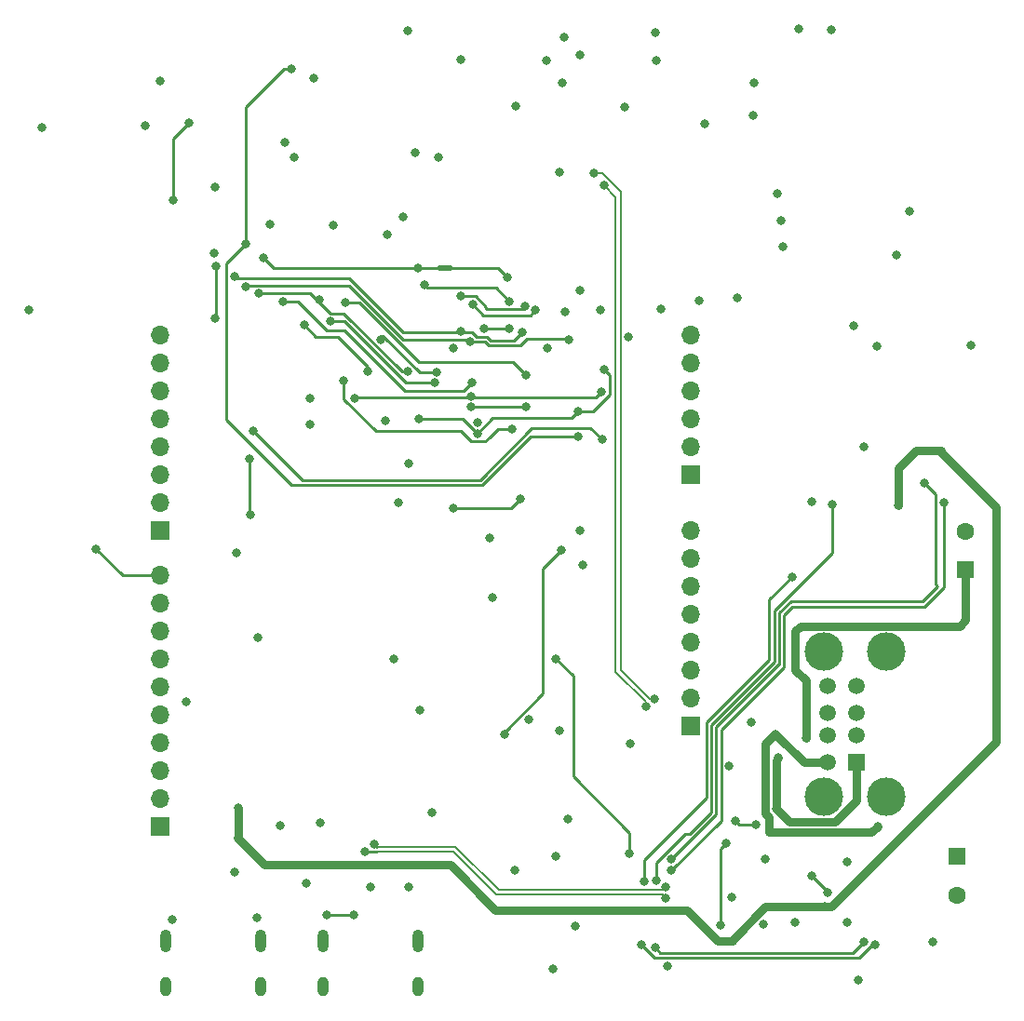
<source format=gbl>
G04 #@! TF.GenerationSoftware,KiCad,Pcbnew,7.0.11+1*
G04 #@! TF.CreationDate,2024-04-14T01:38:43+00:00*
G04 #@! TF.ProjectId,mbed-ce-ci-shield-v2,6d626564-2d63-4652-9d63-692d73686965,0*
G04 #@! TF.SameCoordinates,Original*
G04 #@! TF.FileFunction,Copper,L4,Bot*
G04 #@! TF.FilePolarity,Positive*
%FSLAX46Y46*%
G04 Gerber Fmt 4.6, Leading zero omitted, Abs format (unit mm)*
G04 Created by KiCad (PCBNEW 7.0.11+1) date 2024-04-14 01:38:43*
%MOMM*%
%LPD*%
G01*
G04 APERTURE LIST*
G04 #@! TA.AperFunction,ComponentPad*
%ADD10R,1.700000X1.700000*%
G04 #@! TD*
G04 #@! TA.AperFunction,ComponentPad*
%ADD11O,1.700000X1.700000*%
G04 #@! TD*
G04 #@! TA.AperFunction,ComponentPad*
%ADD12R,1.600000X1.600000*%
G04 #@! TD*
G04 #@! TA.AperFunction,ComponentPad*
%ADD13C,1.600000*%
G04 #@! TD*
G04 #@! TA.AperFunction,ComponentPad*
%ADD14O,1.000000X2.100000*%
G04 #@! TD*
G04 #@! TA.AperFunction,ComponentPad*
%ADD15O,1.000000X1.800000*%
G04 #@! TD*
G04 #@! TA.AperFunction,ComponentPad*
%ADD16R,1.500000X1.500000*%
G04 #@! TD*
G04 #@! TA.AperFunction,ComponentPad*
%ADD17C,1.500000*%
G04 #@! TD*
G04 #@! TA.AperFunction,ComponentPad*
%ADD18C,3.500000*%
G04 #@! TD*
G04 #@! TA.AperFunction,SMDPad,CuDef*
%ADD19C,0.500000*%
G04 #@! TD*
G04 #@! TA.AperFunction,ViaPad*
%ADD20C,0.800000*%
G04 #@! TD*
G04 #@! TA.AperFunction,Conductor*
%ADD21C,0.750000*%
G04 #@! TD*
G04 #@! TA.AperFunction,Conductor*
%ADD22C,0.250000*%
G04 #@! TD*
G04 #@! TA.AperFunction,Conductor*
%ADD23C,0.200000*%
G04 #@! TD*
G04 APERTURE END LIST*
G04 #@! TA.AperFunction,EtchedComponent*
G36*
X106170000Y-49190000D02*
G01*
X105170000Y-49190000D01*
X105170000Y-48690000D01*
X106170000Y-48690000D01*
X106170000Y-49190000D01*
G37*
G04 #@! TD.AperFunction*
D10*
X79750000Y-72870000D03*
D11*
X79750000Y-70330000D03*
X79750000Y-67790000D03*
X79750000Y-65250000D03*
X79750000Y-62710000D03*
X79750000Y-60170000D03*
X79750000Y-57630000D03*
X79750000Y-55090000D03*
D12*
X153000000Y-76402651D03*
D13*
X153000000Y-72902651D03*
D10*
X79750000Y-99794000D03*
D11*
X79750000Y-97254000D03*
X79750000Y-94714000D03*
X79750000Y-92174000D03*
X79750000Y-89634000D03*
X79750000Y-87094000D03*
X79750000Y-84554000D03*
X79750000Y-82014000D03*
X79750000Y-79474000D03*
X79750000Y-76934000D03*
D14*
X94565051Y-110160000D03*
D15*
X94565051Y-114340000D03*
D14*
X103205051Y-110160000D03*
D15*
X103205051Y-114340000D03*
D10*
X128010000Y-90650000D03*
D11*
X128010000Y-88110000D03*
X128010000Y-85570000D03*
X128010000Y-83030000D03*
X128010000Y-80490000D03*
X128010000Y-77950000D03*
X128010000Y-75410000D03*
X128010000Y-72870000D03*
D10*
X128010000Y-67790000D03*
D11*
X128010000Y-65250000D03*
X128010000Y-62710000D03*
X128010000Y-60170000D03*
X128010000Y-57630000D03*
X128010000Y-55090000D03*
D14*
X80270000Y-110160000D03*
D15*
X80270000Y-114340000D03*
D14*
X88910000Y-110160000D03*
D15*
X88910000Y-114340000D03*
D12*
X152250000Y-102500000D03*
D13*
X152250000Y-106000000D03*
D16*
X143107685Y-93940000D03*
D17*
X143107685Y-91440000D03*
X143107685Y-89440000D03*
X143107685Y-86940000D03*
X140487685Y-93940000D03*
X140487685Y-91440000D03*
X140487685Y-89440000D03*
X140487685Y-86940000D03*
D18*
X145817685Y-97010000D03*
X145817685Y-83870000D03*
X140137685Y-97010000D03*
X140137685Y-83870000D03*
D19*
X105170000Y-48940000D03*
X106170000Y-48940000D03*
D20*
X93035051Y-104940000D03*
X106400000Y-56200000D03*
X88590000Y-108015000D03*
X90650000Y-99675000D03*
X86535051Y-103940000D03*
X101450000Y-70300000D03*
X86700000Y-74900000D03*
X116300000Y-32137659D03*
X133500000Y-90250000D03*
X116100000Y-40200000D03*
X114900000Y-30037659D03*
X134620000Y-108620000D03*
X84680000Y-47560000D03*
X143250000Y-113750000D03*
X115750000Y-102500000D03*
X131500000Y-94250000D03*
X128800000Y-51900000D03*
X109750000Y-73550000D03*
X93710000Y-31690000D03*
X136200000Y-44600000D03*
X115500000Y-112750000D03*
X89740000Y-44974500D03*
X78400000Y-36000000D03*
X118200000Y-75950000D03*
X116600000Y-52900000D03*
X113250000Y-90000000D03*
X91910000Y-38890000D03*
X115000000Y-56200000D03*
X104500000Y-98500000D03*
X103400000Y-89150000D03*
X122000000Y-34337659D03*
X93400000Y-60800000D03*
X122340000Y-55230000D03*
X147900000Y-43800000D03*
X98885051Y-105265000D03*
X131760000Y-106165500D03*
X100370000Y-45880000D03*
X142220000Y-103000000D03*
X124900000Y-30037659D03*
X129300000Y-35837159D03*
X133800000Y-32137659D03*
X153500000Y-56000000D03*
X69000000Y-36200000D03*
X79780000Y-31950000D03*
X119800000Y-52725500D03*
X117900000Y-29537659D03*
X84750000Y-41600000D03*
X137800000Y-27200000D03*
X67800000Y-52800000D03*
X102910000Y-38490000D03*
X142250000Y-108500000D03*
X102262500Y-27405000D03*
X122500000Y-92250000D03*
X82150000Y-88425000D03*
X134750000Y-102750000D03*
X80840000Y-108265000D03*
X102385051Y-105265000D03*
X144900000Y-56100000D03*
X110000000Y-78900000D03*
X143750000Y-65250000D03*
X146850000Y-70560000D03*
X86890000Y-98070000D03*
X140220000Y-107050000D03*
X124800000Y-27537659D03*
X116500000Y-28000000D03*
X133700000Y-35037659D03*
X135900000Y-42200000D03*
X91080000Y-37540000D03*
X132200000Y-51700000D03*
X88600000Y-82600000D03*
X101850000Y-44260000D03*
X116040000Y-91060000D03*
X125300000Y-52700000D03*
X125920000Y-112460000D03*
X107110000Y-29990000D03*
X150000000Y-110250000D03*
X95500000Y-45080000D03*
X101000000Y-84550000D03*
X93400000Y-63200000D03*
X140800000Y-27300000D03*
X137500000Y-108500000D03*
X139000000Y-70200000D03*
X108600000Y-62975402D03*
X146700000Y-47800000D03*
X142800000Y-54200000D03*
X136400000Y-47037659D03*
X112010000Y-103775500D03*
X102350000Y-66700000D03*
X117950000Y-72800000D03*
X94300000Y-99400000D03*
X112100000Y-34200000D03*
X105070000Y-38850000D03*
X100200000Y-62800000D03*
X116850000Y-99110000D03*
X117900000Y-51000000D03*
X117470000Y-108850000D03*
X140420000Y-105730000D03*
X133940000Y-99590000D03*
X132075500Y-99270000D03*
X139010000Y-104250000D03*
X97385051Y-107765000D03*
X94885051Y-107765000D03*
X130750000Y-108750000D03*
X131250000Y-101250000D03*
X123800000Y-104720000D03*
X137210000Y-77060000D03*
X123487701Y-110512299D03*
X144770000Y-110470000D03*
X108200000Y-52300000D03*
X113900000Y-52800000D03*
X107100000Y-51500000D03*
X112964137Y-52449051D03*
X111500000Y-54500000D03*
X103800000Y-50500000D03*
X109184623Y-54500500D03*
X111500000Y-51975500D03*
X119900000Y-60200000D03*
X97400000Y-60800000D03*
X108000000Y-60600000D03*
X108000000Y-61599503D03*
X113000000Y-61600000D03*
X125750000Y-106275000D03*
X98350000Y-102070000D03*
X125750000Y-105225000D03*
X99190000Y-101340000D03*
X120100000Y-58200000D03*
X117800000Y-62000000D03*
X108600000Y-64000000D03*
X103300000Y-62700000D03*
X106450000Y-70800000D03*
X112550000Y-69950000D03*
X149250000Y-68500000D03*
X126250000Y-102750000D03*
X143750000Y-110250000D03*
X124750000Y-110750000D03*
X124900000Y-104670000D03*
X140890000Y-70500000D03*
X126262299Y-103762299D03*
X151000000Y-70250000D03*
X136000000Y-93500000D03*
X138500000Y-91750000D03*
X135754214Y-98135042D03*
X135750219Y-91378280D03*
X145000000Y-99750000D03*
X122440000Y-102200000D03*
X115721278Y-84478722D03*
X91670000Y-30860000D03*
X117780000Y-64260000D03*
X87540000Y-46740000D03*
X111324500Y-49800000D03*
X99850497Y-55479503D03*
X104930126Y-58424008D03*
X96600000Y-52100000D03*
X113000000Y-58680000D03*
X92840000Y-54140000D03*
X98642299Y-58382299D03*
X87890000Y-66345500D03*
X87930000Y-71430000D03*
X88230000Y-63770000D03*
X119920000Y-64570000D03*
X116900000Y-55500000D03*
X107949695Y-55675000D03*
X87494161Y-50624500D03*
X86500000Y-49700000D03*
X112700000Y-54800000D03*
X107070000Y-54738153D03*
X94252299Y-51827701D03*
X102275500Y-58380000D03*
X88700000Y-51275500D03*
X108110000Y-59370000D03*
X90900000Y-52000000D03*
X95200000Y-53800000D03*
X84800000Y-48780000D03*
X104682299Y-59392299D03*
X84760000Y-53500000D03*
X111760000Y-63580000D03*
X96440000Y-59190000D03*
X89170000Y-48055500D03*
X103230000Y-48940000D03*
X73900000Y-74500000D03*
X120100000Y-41437659D03*
X123928768Y-88871232D03*
X119229163Y-40300000D03*
X124671232Y-88128768D03*
X116250000Y-74600000D03*
X111050000Y-91400000D03*
X82370000Y-35780000D03*
X80940000Y-42780000D03*
D21*
X140220000Y-107050000D02*
X140760000Y-107050000D01*
X155740000Y-70710000D02*
X150780000Y-65750000D01*
X150780000Y-65560000D02*
X148460000Y-65560000D01*
X110260000Y-107390000D02*
X127630000Y-107390000D01*
X134811141Y-107050000D02*
X140220000Y-107050000D01*
X86890000Y-100650051D02*
X86775051Y-100765000D01*
X147470000Y-66550000D02*
X146850000Y-67170000D01*
X106122299Y-103252299D02*
X110260000Y-107390000D01*
X155200000Y-92610000D02*
X155740000Y-92070000D01*
X155740000Y-92070000D02*
X155740000Y-70710000D01*
X131800000Y-110210000D02*
X131800000Y-110061141D01*
X86775051Y-100765000D02*
X89155051Y-103145000D01*
X148460000Y-65560000D02*
X147470000Y-66550000D01*
X89262350Y-103252299D02*
X105242350Y-103252299D01*
X150780000Y-65750000D02*
X150780000Y-65560000D01*
X86890000Y-98070000D02*
X86890000Y-100650051D01*
X131800000Y-110061141D02*
X134811141Y-107050000D01*
X146850000Y-67170000D02*
X146850000Y-70560000D01*
X105242350Y-103252299D02*
X106122299Y-103252299D01*
X140760000Y-107050000D02*
X155200000Y-92610000D01*
X89155051Y-103145000D02*
X89262350Y-103252299D01*
X130450000Y-110210000D02*
X131800000Y-110210000D01*
X127630000Y-107390000D02*
X130450000Y-110210000D01*
D22*
X140420000Y-105660000D02*
X139010000Y-104250000D01*
X140420000Y-105730000D02*
X140420000Y-105660000D01*
X132395500Y-99590000D02*
X132075500Y-99270000D01*
X133940000Y-99590000D02*
X132395500Y-99590000D01*
X94885051Y-107765000D02*
X97385051Y-107765000D01*
X130750000Y-101750000D02*
X131250000Y-101250000D01*
X130750000Y-108750000D02*
X130750000Y-101750000D01*
X129420000Y-90307208D02*
X135150000Y-84577208D01*
X135150000Y-79120000D02*
X137210000Y-77060000D01*
X123800000Y-102770000D02*
X129420000Y-97150000D01*
X123800000Y-104720000D02*
X123800000Y-102770000D01*
X135150000Y-84577208D02*
X135150000Y-79120000D01*
X129420000Y-97150000D02*
X129420000Y-90307208D01*
X144770000Y-110470000D02*
X144555305Y-110470000D01*
X124675402Y-111700000D02*
X123487701Y-110512299D01*
X144555305Y-110470000D02*
X143325305Y-111700000D01*
X143325305Y-111700000D02*
X124675402Y-111700000D01*
X109150000Y-53250000D02*
X111500000Y-53250000D01*
X113450000Y-53250000D02*
X113900000Y-52800000D01*
X111500000Y-53250000D02*
X113450000Y-53250000D01*
X108200000Y-52300000D02*
X109150000Y-53250000D01*
X109400000Y-52700000D02*
X112713188Y-52700000D01*
X107100000Y-51500000D02*
X108425305Y-51500000D01*
X108425305Y-51500000D02*
X109400000Y-52474695D01*
X109400000Y-52474695D02*
X109400000Y-52700000D01*
X112713188Y-52700000D02*
X112964137Y-52449051D01*
X103800000Y-50500000D02*
X104075000Y-50775000D01*
X110299500Y-50775000D02*
X111500000Y-51975500D01*
X111499500Y-54500500D02*
X111500000Y-54500000D01*
X104075000Y-50775000D02*
X110299500Y-50775000D01*
X109184623Y-54500500D02*
X111499500Y-54500500D01*
X108000000Y-60600000D02*
X107875000Y-60725000D01*
X97475000Y-60725000D02*
X97400000Y-60800000D01*
X119900000Y-60200000D02*
X119375000Y-60725000D01*
X108125000Y-60725000D02*
X108000000Y-60600000D01*
X119375000Y-60725000D02*
X108125000Y-60725000D01*
X107875000Y-60725000D02*
X97475000Y-60725000D01*
X108000000Y-61599503D02*
X108000497Y-61600000D01*
X108000497Y-61600000D02*
X113000000Y-61600000D01*
D23*
X106436800Y-102065000D02*
X99430000Y-102065000D01*
X125450001Y-105975001D02*
X110346801Y-105975001D01*
X125750000Y-106275000D02*
X125450001Y-105975001D01*
D22*
X98355000Y-102065000D02*
X98350000Y-102070000D01*
D23*
X110346801Y-105975001D02*
X106436800Y-102065000D01*
D22*
X99430000Y-102065000D02*
X98355000Y-102065000D01*
X99430000Y-101580000D02*
X99190000Y-101340000D01*
D23*
X110533199Y-105524999D02*
X106623200Y-101615000D01*
X125750000Y-105225000D02*
X125450001Y-105524999D01*
X125450001Y-105524999D02*
X110533199Y-105524999D01*
X106623200Y-101615000D02*
X99430000Y-101615000D01*
D22*
X99430000Y-101615000D02*
X99430000Y-101580000D01*
X108600000Y-64000000D02*
X107300000Y-62700000D01*
X120100000Y-58200000D02*
X120625000Y-58725000D01*
X108600000Y-64000000D02*
X110000000Y-62600000D01*
X119125305Y-62000000D02*
X117800000Y-62000000D01*
X107300000Y-62700000D02*
X103300000Y-62700000D01*
X120625000Y-60500305D02*
X119125305Y-62000000D01*
X120625000Y-58725000D02*
X120625000Y-60500305D01*
X117200000Y-62600000D02*
X117800000Y-62000000D01*
X110000000Y-62600000D02*
X117200000Y-62600000D01*
X106450000Y-70800000D02*
X111700000Y-70800000D01*
X111700000Y-70800000D02*
X112550000Y-69950000D01*
X137113604Y-79250000D02*
X149113604Y-79250000D01*
X136000000Y-85000000D02*
X136050000Y-85000000D01*
X136050000Y-80313604D02*
X137113604Y-79250000D01*
X150275000Y-69525000D02*
X149250000Y-68500000D01*
X149113604Y-79250000D02*
X150431802Y-77931802D01*
X150431802Y-77931802D02*
X150275000Y-77775000D01*
X130325000Y-98675000D02*
X130325000Y-90675000D01*
X126250000Y-102750000D02*
X130325000Y-98675000D01*
X150275000Y-77775000D02*
X150275000Y-69525000D01*
X136050000Y-85000000D02*
X136050000Y-80313604D01*
X130325000Y-90675000D02*
X136000000Y-85000000D01*
X125250000Y-111250000D02*
X124750000Y-110750000D01*
X143750000Y-110250000D02*
X142750000Y-111250000D01*
X126000000Y-111250000D02*
X125250000Y-111250000D01*
X142750000Y-111250000D02*
X126000000Y-111250000D01*
X140890000Y-74837208D02*
X140890000Y-70500000D01*
X129870000Y-98493604D02*
X129870000Y-90493604D01*
X124900000Y-104670000D02*
X124900000Y-103074695D01*
X135600000Y-84763604D02*
X135600000Y-80127208D01*
X124900000Y-103074695D02*
X127504695Y-100470000D01*
X127893604Y-100470000D02*
X129870000Y-98493604D01*
X129870000Y-90493604D02*
X135600000Y-84763604D01*
X135600000Y-80127208D02*
X140890000Y-74837208D01*
X127504695Y-100470000D02*
X127893604Y-100470000D01*
X136500000Y-80500000D02*
X136500000Y-85250000D01*
X151000000Y-78000000D02*
X149250000Y-79750000D01*
X130775000Y-99250305D02*
X126263006Y-103762299D01*
X126263006Y-103762299D02*
X126262299Y-103762299D01*
X151000000Y-70250000D02*
X151000000Y-78000000D01*
X137250000Y-79750000D02*
X136500000Y-80500000D01*
X130775000Y-90975000D02*
X130775000Y-99250305D01*
X136500000Y-85250000D02*
X130775000Y-90975000D01*
X149250000Y-79750000D02*
X137250000Y-79750000D01*
D21*
X135754214Y-93745786D02*
X136000000Y-93500000D01*
X135754214Y-98135042D02*
X135754214Y-93745786D01*
X136954172Y-99335000D02*
X135754214Y-98135042D01*
X152455000Y-81545000D02*
X153000000Y-81000000D01*
X153000000Y-81000000D02*
X153000000Y-76402651D01*
X143107685Y-97392315D02*
X141165000Y-99335000D01*
X138500000Y-91750000D02*
X138500000Y-86500000D01*
X143107685Y-93940000D02*
X143107685Y-97392315D01*
X141165000Y-99335000D02*
X136954172Y-99335000D01*
X137955000Y-81545000D02*
X152455000Y-81545000D01*
X138500000Y-86500000D02*
X137500000Y-85500000D01*
X137500000Y-82000000D02*
X137955000Y-81545000D01*
X137500000Y-85500000D02*
X137500000Y-82000000D01*
X135621720Y-91378280D02*
X134804214Y-92195786D01*
X135120000Y-100285000D02*
X144465000Y-100285000D01*
X144465000Y-100285000D02*
X145000000Y-99750000D01*
X134779214Y-97731183D02*
X134779214Y-98538901D01*
X135120000Y-98879687D02*
X135120000Y-100285000D01*
X138311939Y-93940000D02*
X135750219Y-91378280D01*
X134779214Y-98538901D02*
X135120000Y-98879687D01*
X134804214Y-97706183D02*
X134779214Y-97731183D01*
X134804214Y-92195786D02*
X134804214Y-97706183D01*
X140487685Y-93940000D02*
X138311939Y-93940000D01*
X135750219Y-91378280D02*
X135621720Y-91378280D01*
D22*
X122440000Y-100340000D02*
X117300000Y-95200000D01*
X117300000Y-86057444D02*
X115721278Y-84478722D01*
X117300000Y-95200000D02*
X117300000Y-86057444D01*
X122440000Y-102200000D02*
X122440000Y-100340000D01*
X87540000Y-46740000D02*
X87540000Y-34290000D01*
X87540000Y-46740000D02*
X85775000Y-48505000D01*
X109013604Y-68690000D02*
X113443604Y-64260000D01*
X85775000Y-48505000D02*
X85775000Y-62765000D01*
X85775000Y-62765000D02*
X91700000Y-68690000D01*
X90970000Y-30860000D02*
X91670000Y-30860000D01*
X113443604Y-64260000D02*
X117780000Y-64260000D01*
X91700000Y-68690000D02*
X109013604Y-68690000D01*
X87540000Y-34290000D02*
X90970000Y-30860000D01*
X106170000Y-48940000D02*
X110464500Y-48940000D01*
X110464500Y-48940000D02*
X111324500Y-49800000D01*
X103344813Y-58424008D02*
X100020402Y-55099598D01*
X99850497Y-55479503D02*
X99850497Y-55269503D01*
X104930126Y-58424008D02*
X103344813Y-58424008D01*
X99850497Y-55269503D02*
X100020402Y-55099598D01*
X97827208Y-52100000D02*
X103247208Y-57520000D01*
X111840000Y-57520000D02*
X113000000Y-58680000D01*
X103247208Y-57520000D02*
X111840000Y-57520000D01*
X96600000Y-52100000D02*
X97827208Y-52100000D01*
X92840000Y-54140000D02*
X93880000Y-55180000D01*
X95880000Y-55180000D02*
X98642299Y-57942299D01*
X98642299Y-57942299D02*
X98642299Y-58382299D01*
X93880000Y-55180000D02*
X95880000Y-55180000D01*
X87890000Y-66345500D02*
X87890000Y-71390000D01*
X87890000Y-71390000D02*
X87930000Y-71430000D01*
X118885000Y-63535000D02*
X113532208Y-63535000D01*
X108827208Y-68240000D02*
X92700000Y-68240000D01*
X113532208Y-63535000D02*
X108827208Y-68240000D01*
X119920000Y-64570000D02*
X118885000Y-63535000D01*
X92700000Y-68240000D02*
X88230000Y-63770000D01*
X101826257Y-55462653D02*
X107737348Y-55462653D01*
X109625305Y-56000000D02*
X112525305Y-56000000D01*
X109300305Y-55675000D02*
X109625305Y-56000000D01*
X96914104Y-50550500D02*
X101826257Y-55462653D01*
X112525305Y-56000000D02*
X113125305Y-55400000D01*
X87568161Y-50550500D02*
X96914104Y-50550500D01*
X116800000Y-55400000D02*
X116900000Y-55500000D01*
X107737348Y-55462653D02*
X107949695Y-55675000D01*
X87494161Y-50624500D02*
X87568161Y-50550500D01*
X107949695Y-55675000D02*
X109300305Y-55675000D01*
X113125305Y-55400000D02*
X116800000Y-55400000D01*
X86500000Y-49700000D02*
X86700000Y-49900000D01*
X87699695Y-49925000D02*
X88300305Y-49925000D01*
X107070000Y-54800000D02*
X108100000Y-54800000D01*
X86700000Y-49900000D02*
X87674695Y-49900000D01*
X101800000Y-54800000D02*
X107070000Y-54800000D01*
X96900000Y-49900000D02*
X101800000Y-54800000D01*
X88325305Y-49900000D02*
X96900000Y-49900000D01*
X111950000Y-55550000D02*
X109811701Y-55550000D01*
X108525000Y-55225000D02*
X108100000Y-54800000D01*
X109811701Y-55550000D02*
X109486701Y-55225000D01*
X109486701Y-55225000D02*
X108525000Y-55225000D01*
X87674695Y-49900000D02*
X87699695Y-49925000D01*
X112700000Y-54800000D02*
X111950000Y-55550000D01*
X107070000Y-54800000D02*
X107070000Y-54738153D01*
X88300305Y-49925000D02*
X88325305Y-49900000D01*
X93400500Y-51275500D02*
X95200000Y-53075000D01*
X88700000Y-51275500D02*
X93400500Y-51275500D01*
X95200000Y-53075000D02*
X96421396Y-53075000D01*
X96421396Y-53075000D02*
X101726396Y-58380000D01*
X101726396Y-58380000D02*
X102275500Y-58380000D01*
X94900000Y-54600000D02*
X92300000Y-52000000D01*
X101510000Y-59600000D02*
X102027299Y-60117299D01*
X102027299Y-60117299D02*
X107362701Y-60117299D01*
X92300000Y-52000000D02*
X90900000Y-52000000D01*
X107362701Y-60117299D02*
X108110000Y-59370000D01*
X101510000Y-59600000D02*
X96510000Y-54600000D01*
X96510000Y-54600000D02*
X94900000Y-54600000D01*
X96510000Y-53800000D02*
X101910000Y-59200000D01*
X102102299Y-59392299D02*
X104682299Y-59392299D01*
X101910000Y-59200000D02*
X102102299Y-59392299D01*
X84800000Y-53460000D02*
X84760000Y-53500000D01*
X95200000Y-53800000D02*
X96510000Y-53800000D01*
X84800000Y-48780000D02*
X84800000Y-53460000D01*
X109295000Y-64725000D02*
X109690000Y-64330000D01*
X108015000Y-64725000D02*
X109295000Y-64725000D01*
X109690000Y-64330000D02*
X110440000Y-63580000D01*
X107180000Y-63890000D02*
X108015000Y-64725000D01*
X96440000Y-59190000D02*
X96440000Y-60865305D01*
X110440000Y-63580000D02*
X111760000Y-63580000D01*
X107090000Y-63800000D02*
X107180000Y-63890000D01*
X104530000Y-63800000D02*
X107090000Y-63800000D01*
X99374695Y-63800000D02*
X104530000Y-63800000D01*
X96440000Y-60865305D02*
X99374695Y-63800000D01*
X90054500Y-48940000D02*
X103230000Y-48940000D01*
X105170000Y-48940000D02*
X103230000Y-48940000D01*
X76334000Y-76934000D02*
X73900000Y-74500000D01*
X89170000Y-48055500D02*
X90054500Y-48940000D01*
X79750000Y-76934000D02*
X76334000Y-76934000D01*
D23*
X120100000Y-41437659D02*
X121175000Y-42512659D01*
X121175000Y-85693199D02*
X123928768Y-88446967D01*
X121175000Y-42512659D02*
X121175000Y-85693199D01*
X123928768Y-88446967D02*
X123928768Y-88871232D01*
X121625000Y-41972709D02*
X121625000Y-85506801D01*
X124246967Y-88128768D02*
X124671232Y-88128768D01*
X119229163Y-40300000D02*
X119952291Y-40300000D01*
X119500000Y-40300000D02*
X119500000Y-40247709D01*
X119952291Y-40300000D02*
X121625000Y-41972709D01*
X121625000Y-85506801D02*
X124246967Y-88128768D01*
X119229163Y-40300000D02*
X119500000Y-40300000D01*
D22*
X111050000Y-91174695D02*
X114550000Y-87674695D01*
X114550000Y-76300000D02*
X116250000Y-74600000D01*
X114550000Y-87674695D02*
X114550000Y-85450000D01*
X111050000Y-91400000D02*
X111050000Y-91174695D01*
X114550000Y-85450000D02*
X114550000Y-76300000D01*
X80940000Y-42780000D02*
X80960000Y-42760000D01*
X80960000Y-42760000D02*
X80960000Y-37190000D01*
X80960000Y-37190000D02*
X82370000Y-35780000D01*
M02*

</source>
